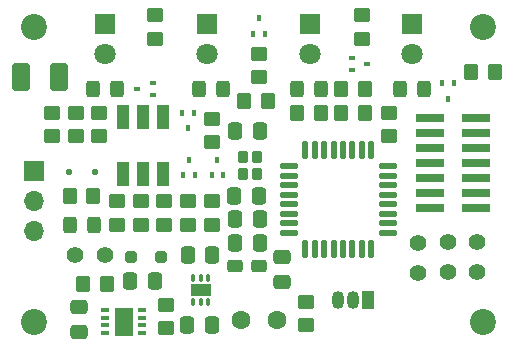
<source format=gts>
%TF.GenerationSoftware,KiCad,Pcbnew,8.0.5-8.0.5-0~ubuntu20.04.1*%
%TF.CreationDate,2024-10-09T10:57:02+02:00*%
%TF.ProjectId,LIN_eval,4c494e5f-6576-4616-9c2e-6b696361645f,rev?*%
%TF.SameCoordinates,Original*%
%TF.FileFunction,Soldermask,Top*%
%TF.FilePolarity,Negative*%
%FSLAX46Y46*%
G04 Gerber Fmt 4.6, Leading zero omitted, Abs format (unit mm)*
G04 Created by KiCad (PCBNEW 8.0.5-8.0.5-0~ubuntu20.04.1) date 2024-10-09 10:57:02*
%MOMM*%
%LPD*%
G01*
G04 APERTURE LIST*
G04 Aperture macros list*
%AMRoundRect*
0 Rectangle with rounded corners*
0 $1 Rounding radius*
0 $2 $3 $4 $5 $6 $7 $8 $9 X,Y pos of 4 corners*
0 Add a 4 corners polygon primitive as box body*
4,1,4,$2,$3,$4,$5,$6,$7,$8,$9,$2,$3,0*
0 Add four circle primitives for the rounded corners*
1,1,$1+$1,$2,$3*
1,1,$1+$1,$4,$5*
1,1,$1+$1,$6,$7*
1,1,$1+$1,$8,$9*
0 Add four rect primitives between the rounded corners*
20,1,$1+$1,$2,$3,$4,$5,0*
20,1,$1+$1,$4,$5,$6,$7,0*
20,1,$1+$1,$6,$7,$8,$9,0*
20,1,$1+$1,$8,$9,$2,$3,0*%
G04 Aperture macros list end*
%ADD10RoundRect,0.250000X-0.450000X0.350000X-0.450000X-0.350000X0.450000X-0.350000X0.450000X0.350000X0*%
%ADD11RoundRect,0.250000X0.325000X0.450000X-0.325000X0.450000X-0.325000X-0.450000X0.325000X-0.450000X0*%
%ADD12RoundRect,0.102000X-0.323000X0.373000X-0.323000X-0.373000X0.323000X-0.373000X0.323000X0.373000X0*%
%ADD13RoundRect,0.100000X-0.100000X0.155000X-0.100000X-0.155000X0.100000X-0.155000X0.100000X0.155000X0*%
%ADD14RoundRect,0.250000X0.337500X0.475000X-0.337500X0.475000X-0.337500X-0.475000X0.337500X-0.475000X0*%
%ADD15RoundRect,0.100000X-0.155000X-0.100000X0.155000X-0.100000X0.155000X0.100000X-0.155000X0.100000X0*%
%ADD16R,1.050000X1.500000*%
%ADD17O,1.050000X1.500000*%
%ADD18C,1.400000*%
%ADD19RoundRect,0.250001X-0.499999X-0.924999X0.499999X-0.924999X0.499999X0.924999X-0.499999X0.924999X0*%
%ADD20RoundRect,0.250000X-0.337500X-0.475000X0.337500X-0.475000X0.337500X0.475000X-0.337500X0.475000X0*%
%ADD21RoundRect,0.250000X0.450000X-0.350000X0.450000X0.350000X-0.450000X0.350000X-0.450000X-0.350000X0*%
%ADD22RoundRect,0.250000X-0.350000X-0.450000X0.350000X-0.450000X0.350000X0.450000X-0.350000X0.450000X0*%
%ADD23R,0.650000X0.350000*%
%ADD24R,1.550000X2.400000*%
%ADD25RoundRect,0.100000X0.100000X-0.155000X0.100000X0.155000X-0.100000X0.155000X-0.100000X-0.155000X0*%
%ADD26RoundRect,0.250000X-0.475000X0.337500X-0.475000X-0.337500X0.475000X-0.337500X0.475000X0.337500X0*%
%ADD27RoundRect,0.250000X0.350000X0.450000X-0.350000X0.450000X-0.350000X-0.450000X0.350000X-0.450000X0*%
%ADD28RoundRect,0.250000X0.400000X0.275000X-0.400000X0.275000X-0.400000X-0.275000X0.400000X-0.275000X0*%
%ADD29C,2.200000*%
%ADD30RoundRect,0.100000X0.155000X0.100000X-0.155000X0.100000X-0.155000X-0.100000X0.155000X-0.100000X0*%
%ADD31RoundRect,0.125000X-0.625000X-0.125000X0.625000X-0.125000X0.625000X0.125000X-0.625000X0.125000X0*%
%ADD32RoundRect,0.125000X-0.125000X-0.625000X0.125000X-0.625000X0.125000X0.625000X-0.125000X0.625000X0*%
%ADD33RoundRect,0.075000X-0.075000X0.247500X-0.075000X-0.247500X0.075000X-0.247500X0.075000X0.247500X0*%
%ADD34R,1.700000X1.010000*%
%ADD35C,1.600000*%
%ADD36R,2.400000X0.740000*%
%ADD37RoundRect,0.250000X-0.325000X-0.450000X0.325000X-0.450000X0.325000X0.450000X-0.325000X0.450000X0*%
%ADD38R,1.700000X1.700000*%
%ADD39O,1.700000X1.700000*%
%ADD40R,1.100000X2.000000*%
%ADD41RoundRect,0.250000X0.250000X0.250000X-0.250000X0.250000X-0.250000X-0.250000X0.250000X-0.250000X0*%
%ADD42RoundRect,0.125000X0.125000X0.125000X-0.125000X0.125000X-0.125000X-0.125000X0.125000X-0.125000X0*%
%ADD43R,1.800000X1.800000*%
%ADD44C,1.800000*%
G04 APERTURE END LIST*
D10*
%TO.C,R20*%
X150250000Y-75250000D03*
X150250000Y-77250000D03*
%TD*%
D11*
%TO.C,D12*%
X155500000Y-81500000D03*
X153450000Y-81500000D03*
%TD*%
D12*
%TO.C,Y2*%
X140200000Y-87200000D03*
X140200000Y-88650000D03*
X141350000Y-88650000D03*
X141350000Y-87200000D03*
%TD*%
D13*
%TO.C,Q4*%
X137500000Y-88790000D03*
X138500000Y-88790000D03*
X138000000Y-87500000D03*
%TD*%
D14*
%TO.C,C10*%
X141575000Y-92500000D03*
X139500000Y-92500000D03*
%TD*%
D15*
%TO.C,Q1*%
X132500000Y-82000000D03*
X132500000Y-81000000D03*
X131210000Y-81500000D03*
%TD*%
D14*
%TO.C,C3*%
X137500000Y-101500000D03*
X135425000Y-101500000D03*
%TD*%
D16*
%TO.C,U4*%
X150770000Y-99360000D03*
D17*
X149500000Y-99360000D03*
X148230000Y-99360000D03*
%TD*%
D18*
%TO.C,JP4*%
X160000000Y-97000000D03*
X160000000Y-94460000D03*
%TD*%
D13*
%TO.C,Q5*%
X141000000Y-76790000D03*
X142000000Y-76790000D03*
X141500000Y-75500000D03*
%TD*%
D18*
%TO.C,JP3*%
X157500000Y-97000000D03*
X157500000Y-94460000D03*
%TD*%
D19*
%TO.C,C12*%
X121375000Y-80500000D03*
X124625000Y-80500000D03*
%TD*%
D20*
%TO.C,C2*%
X130600000Y-97750000D03*
X132675000Y-97750000D03*
%TD*%
D21*
%TO.C,R7*%
X145500000Y-101500000D03*
X145500000Y-99500000D03*
%TD*%
D22*
%TO.C,R19*%
X148500000Y-81500000D03*
X150500000Y-81500000D03*
%TD*%
D23*
%TO.C,U1*%
X131600000Y-102150000D03*
X131600000Y-101500000D03*
X131600000Y-100850000D03*
X131600000Y-100200000D03*
X128500000Y-100200000D03*
X128500000Y-100850000D03*
X128500000Y-101500000D03*
X128500000Y-102150000D03*
D24*
X130050000Y-101175000D03*
%TD*%
D10*
%TO.C,R17*%
X132750000Y-75250000D03*
X132750000Y-77250000D03*
%TD*%
D14*
%TO.C,C9*%
X141575000Y-94500000D03*
X139500000Y-94500000D03*
%TD*%
D21*
%TO.C,R3*%
X128000000Y-85500000D03*
X128000000Y-83500000D03*
%TD*%
D25*
%TO.C,Q7*%
X158000000Y-81000000D03*
X157000000Y-81000000D03*
X157500000Y-82290000D03*
%TD*%
D10*
%TO.C,R22*%
X152500000Y-83500000D03*
X152500000Y-85500000D03*
%TD*%
D26*
%TO.C,C1*%
X126250000Y-99962500D03*
X126250000Y-102037500D03*
%TD*%
D14*
%TO.C,C4*%
X137537500Y-95500000D03*
X135462500Y-95500000D03*
%TD*%
D22*
%TO.C,R21*%
X148500000Y-83500000D03*
X150500000Y-83500000D03*
%TD*%
D21*
%TO.C,R10*%
X131500000Y-93000000D03*
X131500000Y-91000000D03*
%TD*%
D22*
%TO.C,R2*%
X126637500Y-98000000D03*
X128637500Y-98000000D03*
%TD*%
D11*
%TO.C,D8*%
X138500000Y-81500000D03*
X136450000Y-81500000D03*
%TD*%
D27*
%TO.C,R15*%
X142250000Y-82500000D03*
X140250000Y-82500000D03*
%TD*%
D10*
%TO.C,R4*%
X126000000Y-83500000D03*
X126000000Y-85500000D03*
%TD*%
D25*
%TO.C,Q3*%
X136000000Y-83500000D03*
X135000000Y-83500000D03*
X135500000Y-84790000D03*
%TD*%
D11*
%TO.C,D10*%
X146775000Y-81500000D03*
X144725000Y-81500000D03*
%TD*%
D10*
%TO.C,R12*%
X137500000Y-91000000D03*
X137500000Y-93000000D03*
%TD*%
D28*
%TO.C,C11*%
X141475000Y-96500000D03*
X139525000Y-96500000D03*
%TD*%
D21*
%TO.C,R6*%
X133500000Y-93000000D03*
X133500000Y-91000000D03*
%TD*%
D29*
%TO.C,H1*%
X160500000Y-101250000D03*
%TD*%
%TO.C,H2*%
X122475000Y-76250000D03*
%TD*%
D30*
%TO.C,Q6*%
X149355000Y-78855000D03*
X149355000Y-79855000D03*
X150645000Y-79355000D03*
%TD*%
D14*
%TO.C,C7*%
X141500000Y-90500000D03*
X139425000Y-90500000D03*
%TD*%
D29*
%TO.C,H4*%
X122500000Y-101250000D03*
%TD*%
D31*
%TO.C,U3*%
X144050000Y-88040000D03*
X144050000Y-88840000D03*
X144050000Y-89640000D03*
X144050000Y-90440000D03*
X144050000Y-91240000D03*
X144050000Y-92040000D03*
X144050000Y-92840000D03*
X144050000Y-93640000D03*
D32*
X145425000Y-95015000D03*
X146225000Y-95015000D03*
X147025000Y-95015000D03*
X147825000Y-95015000D03*
X148625000Y-95015000D03*
X149425000Y-95015000D03*
X150225000Y-95015000D03*
X151025000Y-95015000D03*
D31*
X152400000Y-93640000D03*
X152400000Y-92840000D03*
X152400000Y-92040000D03*
X152400000Y-91240000D03*
X152400000Y-90440000D03*
X152400000Y-89640000D03*
X152400000Y-88840000D03*
X152400000Y-88040000D03*
D32*
X151025000Y-86665000D03*
X150225000Y-86665000D03*
X149425000Y-86665000D03*
X148625000Y-86665000D03*
X147825000Y-86665000D03*
X147025000Y-86665000D03*
X146225000Y-86665000D03*
X145425000Y-86665000D03*
%TD*%
D29*
%TO.C,H3*%
X160475000Y-76250000D03*
%TD*%
D21*
%TO.C,R16*%
X141500000Y-80500000D03*
X141500000Y-78500000D03*
%TD*%
%TO.C,R11*%
X129500000Y-93000000D03*
X129500000Y-91000000D03*
%TD*%
D33*
%TO.C,U2*%
X137225000Y-97472500D03*
X136575000Y-97472500D03*
X135925000Y-97472500D03*
X135925000Y-99527500D03*
X136575000Y-99527500D03*
X137225000Y-99527500D03*
D34*
X136575000Y-98500000D03*
%TD*%
D11*
%TO.C,D5*%
X129500000Y-81500000D03*
X127450000Y-81500000D03*
%TD*%
D18*
%TO.C,JP1*%
X125960000Y-95500000D03*
X128500000Y-95500000D03*
%TD*%
D27*
%TO.C,R18*%
X146750000Y-83500000D03*
X144750000Y-83500000D03*
%TD*%
D35*
%TO.C,R9*%
X143000000Y-101000000D03*
X140000000Y-101000000D03*
%TD*%
D21*
%TO.C,R13*%
X137500000Y-86000000D03*
X137500000Y-84000000D03*
%TD*%
D18*
%TO.C,JP2*%
X155000000Y-97040000D03*
X155000000Y-94500000D03*
%TD*%
D36*
%TO.C,J1*%
X159900000Y-91580000D03*
X156000000Y-91580000D03*
X159900000Y-90310000D03*
X156000000Y-90310000D03*
X159900000Y-89040000D03*
X156000000Y-89040000D03*
X159900000Y-87770000D03*
X156000000Y-87770000D03*
X159900000Y-86500000D03*
X156000000Y-86500000D03*
X159900000Y-85230000D03*
X156000000Y-85230000D03*
X159900000Y-83960000D03*
X156000000Y-83960000D03*
%TD*%
D21*
%TO.C,R8*%
X124000000Y-85500000D03*
X124000000Y-83500000D03*
%TD*%
D26*
%TO.C,C5*%
X143500000Y-95712500D03*
X143500000Y-97787500D03*
%TD*%
D37*
%TO.C,D3*%
X125475000Y-93000000D03*
X127525000Y-93000000D03*
%TD*%
D27*
%TO.C,R23*%
X161500000Y-80000000D03*
X159500000Y-80000000D03*
%TD*%
D13*
%TO.C,Q2*%
X135075000Y-88790000D03*
X136075000Y-88790000D03*
X135575000Y-87500000D03*
%TD*%
D38*
%TO.C,J2*%
X122500000Y-88420000D03*
D39*
X122500000Y-90960000D03*
X122500000Y-93500000D03*
%TD*%
D10*
%TO.C,R14*%
X135500000Y-91000000D03*
X135500000Y-93000000D03*
%TD*%
D40*
%TO.C,D6*%
X133400000Y-83850000D03*
X131700000Y-83850000D03*
X130000000Y-83850000D03*
X130000000Y-88650000D03*
X131700000Y-88650000D03*
X133400000Y-88650000D03*
%TD*%
D21*
%TO.C,R1*%
X133600000Y-101750000D03*
X133600000Y-99750000D03*
%TD*%
D41*
%TO.C,D1*%
X133210000Y-95690000D03*
X130710000Y-95690000D03*
%TD*%
D20*
%TO.C,C6*%
X139500000Y-85050000D03*
X141575000Y-85050000D03*
%TD*%
D42*
%TO.C,D4*%
X127600000Y-88500000D03*
X125400000Y-88500000D03*
%TD*%
D27*
%TO.C,R5*%
X127500000Y-90500000D03*
X125500000Y-90500000D03*
%TD*%
D43*
%TO.C,D7*%
X137141666Y-76000000D03*
D44*
X137141666Y-78540000D03*
%TD*%
D43*
%TO.C,D11*%
X154475000Y-76000000D03*
D44*
X154475000Y-78540000D03*
%TD*%
D43*
%TO.C,D9*%
X145808332Y-76000000D03*
D44*
X145808332Y-78540000D03*
%TD*%
D43*
%TO.C,D2*%
X128475000Y-76000000D03*
D44*
X128475000Y-78540000D03*
%TD*%
M02*

</source>
